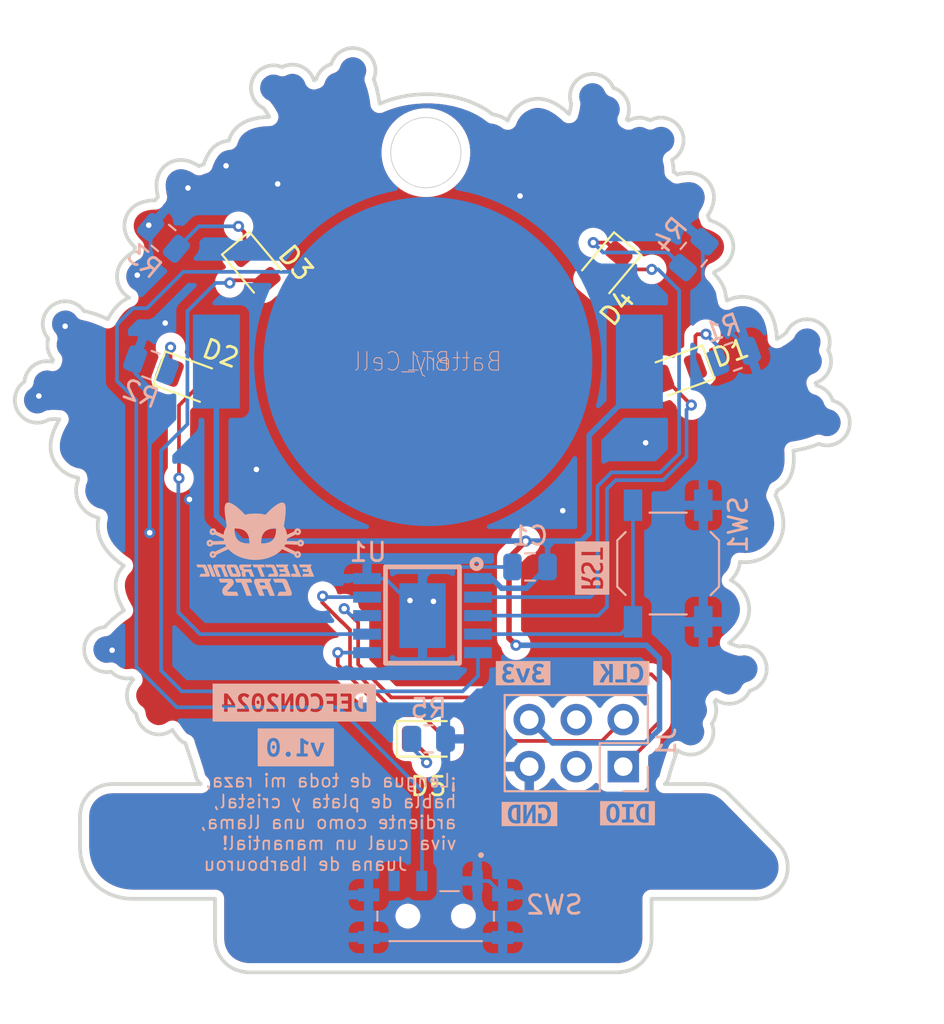
<source format=kicad_pcb>
(kicad_pcb (version 20241229) (generator "pcbnew") (generator_version "9.0")
  (layers (0 "F.Cu" signal) (2 "B.Cu" signal) (13 "F.Paste" user) (15 "B.Paste" user) (5 "F.SilkS" user "F.Silkscreen") (7 "B.SilkS" user "B.Silkscreen") (1 "F.Mask" user) (3 "B.Mask" user) (25 "Edge.Cuts" user))
  (net 0 "")
  (net 1 "GND")
  (net 2 "+3.3V")
  (net 3 "/PA5")
  (net 4 "Net-(D1-K)")
  (net 5 "Net-(D2-K)")
  (net 6 "/PA7")
  (net 7 "Net-(D3-K)")
  (net 8 "/PA1")
  (net 9 "Net-(D4-K)")
  (net 10 "/PF0")
  (net 11 "Net-(D5-K)")
  (net 12 "/PA6")
  (net 13 "/SWCLK")
  (net 15 "/SWDIO")
  (net 17 "/NRST")
  (net 19 "Net-(BT1--)")
  (footprint "LED_SMD:LED_0805_2012Metric" (layer "F.Cu") (at 69.64 44.89 -50)
    (property "Reference" "D3")
    (property "Value" "Blue")
  )
  (footprint "LED_SMD:LED_0805_2012Metric" (layer "F.Cu") (at 78.97 70.39)
    (property "Reference" "D5")
    (property "Value" "Yellow")
  )
  (footprint "LED_SMD:LED_0805_2012Metric" (layer "F.Cu") (at 66.010963 50.930643 -20)
    (property "Reference" "D2")
    (property "Value" "Red")
  )
  (footprint "LED_SMD:LED_0805_2012Metric" (layer "F.Cu") (at 88.662614 44.921834 -130)
    (property "Reference" "D4")
    (property "Value" "Orange")
  )
  (footprint "LED_SMD:LED_0805_2012Metric" (layer "F.Cu") (at 92.528441 50.603054 -160)
    (property "Reference" "D1")
    (property "Value" "Green")
  )
  (footprint "Resistor_SMD:R_0805_2012Metric" (layer "B.Cu") (at 78.9925 70.390001 180)
    (property "Reference" "R5")
    (property "Value" "330R")
  )
  (footprint "Villa:PY32F002AA15M" (layer "B.Cu") (at 78.660133 63.729996 180)
    (property "Reference" "U1")
    (property "Value" "PY32F002AA15M6TU")
  )
  (footprint "Resistor_SMD:R_0805_2012Metric" (layer "B.Cu") (at 64.66 43.32 -40)
    (property "Reference" "R3")
    (property "Value" "330R")
  )
  (footprint "kibuzzard-668588B5" (layer "B.Cu") (at 71.81 70.85 180)
    (property "Reference" "kibuzzard-668588B5" (hide yes))
    (property "Value" "G***" (hide yes))
  )
  (footprint "kibuzzard-6685D235" (layer "B.Cu") (at 71.73 68.43 180)
    (property "Reference" "kibuzzard-6685D235" (hide yes))
    (property "Value" "G***" (hide yes))
  )
  (footprint "Capacitor_SMD:C_0805_2012Metric" (layer "B.Cu") (at 84.47 61.1 180)
    (property "Reference" "C1")
    (property "Value" "0.1uF")
  )
  (footprint "Villa:MSK12C02" (layer "B.Cu") (at 79.37 79.97 180)
    (property "Reference" "SW2")
    (property "Value" "On" (hide yes))
  )
  (footprint "Connector_PinHeader_2.54mm:PinHeader_2x03_P2.54mm_Vertical" (layer "B.Cu") (at 89.51 71.89 90)
    (property "Reference" "J1")
    (property "Value" "Conn_02x03_Odd_Even")
  )
  (footprint "Resistor_SMD:R_0805_2012Metric" (layer "B.Cu") (at 63.98 50.19 -20)
    (property "Reference" "R2")
    (property "Value" "330R")
  )
  (footprint "Button_Switch_SMD:SW_SPST_TL3342" (layer "B.Cu") (at 91.936917 60.91522 90)
    (property "Reference" "SW1")
    (property "Value" "SW_RST")
  )
  (footprint "Resistor_SMD:R_0805_2012Metric" (layer "B.Cu") (at 93.32 44.22 -130)
    (property "Reference" "R4")
    (property "Value" "330R")
  )
  (footprint "kibuzzard-6685884A" (layer "B.Cu") (at 87.83 61.16 90)
    (property "Reference" "kibuzzard-6685884A" (hide yes))
    (property "Value" "G***" (hide yes))
  )
  (footprint "kibuzzard-66858661" (layer "B.Cu") (at 89.41 66.84 180)
    (property "Reference" "kibuzzard-66858661" (hide yes))
    (property "Value" "G***" (hide yes))
  )
  (footprint "kibuzzard-66857BF8" (layer "B.Cu") (at 84.44 74.45 180)
    (property "Reference" "kibuzzard-66857BF8" (hide yes))
    (property "Value" "G***" (hide yes))
  )
  (footprint "kibuzzard-66857C28" (layer "B.Cu") (at 84.1 66.84 180)
    (property "Reference" "kibuzzard-66857C28" (hide yes))
    (property "Value" "G***" (hide yes))
  )
  (footprint "Aesthetics:electronic_cats_logo_4x3" (layer "B.Cu") (at 69.62 60.14 180)
    (property "Reference" "G***" (hide yes))
    (property "Value" "LOGO" (hide yes))
  )
  (footprint "Villa:BAT-HLD-001" (layer "B.Cu") (at 78.95 50 180)
    (property "Reference" "BT1")
    (property "Value" "Battery_Cell")
  )
  (footprint "Resistor_SMD:R_0805_2012Metric" (layer "B.Cu") (at 95.45253 49.732093 -160)
    (property "Reference" "R1")
    (property "Value" "330R")
  )
  (footprint "kibuzzard-66858654" (layer "B.Cu") (at 89.74 74.41 180)
    (property "Reference" "kibuzzard-66858654" (hide yes))
    (property "Value" "G***" (hide yes))
  )
  (gr_curve (pts (xy 95.244549 73.393443) (xy 94.881617 73.030466) (xy 94.40187 72.830557) (xy 93.893666 72.830557)) (stroke (width 0.2)) (layer "Edge.Cuts"))
  (gr_curve (pts (xy 90.392297 36.820022) (xy 90.179453 36.820022) (xy 89.975295 36.875745) (xy 89.797174 36.975769)) (stroke (width 0.2)) (layer "Edge.Cuts"))
  (gr_curve (pts (xy 95.596755 61.984149) (xy 95.511346 61.92112) (xy 95.421366 61.865854) (xy 95.327282 61.818812)) (stroke (width 0.2)) (layer "Edge.Cuts"))
  (gr_curve (pts (xy 64.211957 41.285032) (xy 63.815511 41.289599) (xy 63.490324 41.365417) (xy 63.218108 41.515224)) (stroke (width 0.2)) (layer "Edge.Cuts"))
  (gr_curve (pts (xy 98.403493 77.323257) (xy 98.403493 76.865053) (xy 98.218526 76.414699) (xy 97.896271 76.087939)) (stroke (width 0.2)) (layer "Edge.Cuts"))
  (gr_curve (pts (xy 86.579951 36.622255) (xy 86.003555 36.073265) (xy 85.436754 35.795571) (xy 84.890042 35.795571)) (stroke (width 0.2)) (layer "Edge.Cuts"))
  (gr_curve (pts (xy 72.733662 34.657395) (xy 72.534075 34.229438) (xy 72.10018 33.952658) (xy 71.627458 33.952658)) (stroke (width 0.2)) (layer "Edge.Cuts"))
  (gr_curve (pts (xy 95.720985 61.233738) (xy 95.773053 61.101742) (xy 95.804571 60.964722) (xy 95.815989 60.826331)) (stroke (width 0.2)) (layer "Edge.Cuts"))
  (gr_curve (pts (xy 63.666618 69.899295) (xy 63.878091 70.060977) (xy 64.141169 70.15004) (xy 64.407441 70.15004)) (stroke (width 0.2)) (layer "Edge.Cuts"))
  (gr_curve (pts (xy 95.798627 65.402329) (xy 95.696319 65.381778) (xy 95.50358 65.330167) (xy 95.231827 65.201826)) (stroke (width 0.2)) (layer "Edge.Cuts"))
  (gr_curve (pts (xy 63.027193 67.186763) (xy 62.992938 67.221932) (xy 62.960512 67.259385) (xy 62.930372 67.29912)) (stroke (width 0.2)) (layer "Edge.Cuts"))
  (gr_curve (pts (xy 65.757994 39.115555) (xy 65.704103 39.10916) (xy 65.649298 39.105508) (xy 65.595401 39.105508)) (stroke (width 0.2)) (layer "Edge.Cuts"))
  (gr_curve (pts (xy 58.47129 53.126724) (xy 58.533411 53.117589) (xy 58.628866 53.107997) (xy 58.759491 53.107997)) (stroke (width 0.2)) (layer "Edge.Cuts"))
  (gr_curve (pts (xy 84.890042 35.795571) (xy 84.646606 35.795571) (xy 84.414126 35.850379) (xy 84.198549 35.95771)) (stroke (width 0.2)) (layer "Edge.Cuts"))
  (gr_curve (pts (xy 100.587924 49.390657) (xy 100.595685 49.370103) (xy 100.603457 49.349093) (xy 100.610304 49.328082)) (stroke (width 0.2)) (layer "Edge.Cuts"))
  (gr_curve (pts (xy 92.146601 39.100028) (xy 92.398261 38.959356) (xy 92.598767 38.73099) (xy 92.70016 38.448273)) (stroke (width 0.2)) (layer "Edge.Cuts"))
  (gr_curve (pts (xy 96.529856 46.598196) (xy 96.345791 46.533338) (xy 96.152595 46.500455) (xy 95.955289 46.500455)) (stroke (width 0.2)) (layer "Edge.Cuts"))
  (gr_curve (pts (xy 93.144107 39.810246) (xy 93.108938 39.808876) (xy 93.074226 39.807962) (xy 93.039514 39.807962)) (stroke (width 0.2)) (layer "Edge.Cuts"))
  (gr_curve (pts (xy 100.834557 52.110495) (xy 100.815374 52.051121) (xy 100.791168 51.993115) (xy 100.762846 51.93648)) (stroke (width 0.2)) (layer "Edge.Cuts"))
  (gr_curve (pts (xy 60.143179 76.185557) (xy 60.143179 76.993312) (xy 60.432428 77.722258) (xy 60.95767 78.238041)) (stroke (width 0.2)) (layer "Edge.Cuts"))
  (gr_curve (pts (xy 62.94407 67.101811) (xy 62.970101 67.131042) (xy 62.997967 67.15936) (xy 63.027193 67.186763)) (stroke (width 0.2)) (layer "Edge.Cuts"))
  (gr_curve (pts (xy 94.398747 69.411066) (xy 94.570479 69.081307) (xy 94.576868 68.708613) (xy 94.44853 68.387986)) (stroke (width 0.2)) (layer "Edge.Cuts"))
  (gr_curve (pts (xy 62.179958 62.743676) (xy 62.253492 62.964275) (xy 62.364932 63.198125) (xy 62.51657 63.447956)) (stroke (width 0.2)) (layer "Edge.Cuts"))
  (gr_curve (pts (xy 58.63709 49.836425) (xy 58.65444 49.859262) (xy 58.672716 49.881187) (xy 58.691896 49.902652)) (stroke (width 0.2)) (layer "Edge.Cuts"))
  (gr_curve (pts (xy 94.246195 70.579844) (xy 94.397376 70.289361) (xy 94.426608 69.957319) (xy 94.327952 69.644913)) (stroke (width 0.2)) (layer "Edge.Cuts"))
  (gr_curve (pts (xy 58.759491 53.107997) (xy 58.836219 53.107997) (xy 58.928022 53.111194) (xy 59.035359 53.120786)) (stroke (width 0.2)) (layer "Edge.Cuts"))
  (gr_curve (pts (xy 87.848296 34.454606) (xy 87.335387 34.454606) (xy 86.874089 34.778428) (xy 86.700529 35.261194)) (stroke (width 0.2)) (layer "Edge.Cuts"))
  (gr_curve (pts (xy 100.680186 50.373999) (xy 100.783408 50.06205) (xy 100.759201 49.728637) (xy 100.611675 49.435416)) (stroke (width 0.2)) (layer "Edge.Cuts"))
  (gr_curve (pts (xy 94.531196 68.271977) (xy 94.575497 68.303034) (xy 94.622085 68.331351) (xy 94.670958 68.356474)) (stroke (width 0.2)) (layer "Edge.Cuts"))
  (gr_curve (pts (xy 62.696977 67.126474) (xy 62.781019 67.126474) (xy 62.863691 67.117796) (xy 62.94407 67.101811)) (stroke (width 0.2)) (layer "Edge.Cuts"))
  (gr_curve (pts (xy 62.514739 61.032757) (xy 62.474095 61.072492) (xy 62.435725 61.114511) (xy 62.400098 61.158358)) (stroke (width 0.2)) (layer "Edge.Cuts"))
  (gr_line (start 93.893666 72.830557) (end 91.760161 72.830557) (stroke (width 0.2)) (layer "Edge.Cuts"))
  (gr_curve (pts (xy 96.04024 65.378124) (xy 95.959397 65.378124) (xy 95.878098 65.386344) (xy 95.798627 65.402329)) (stroke (width 0.2)) (layer "Edge.Cuts"))
  (gr_curve (pts (xy 94.44853 68.387986) (xy 94.478218 68.35099) (xy 94.505621 68.312627) (xy 94.531196 68.271977)) (stroke (width 0.2)) (layer "Edge.Cuts"))
  (gr_line (start 91.042124 81.164757) (end 91.042124 79.035915) (stroke (width 0.2)) (layer "Edge.Cuts"))
  (gr_curve (pts (xy 101.626992 52.74992) (xy 101.464391 52.425639) (xy 101.17437 52.196815) (xy 100.834557 52.110495)) (stroke (width 0.2)) (layer "Edge.Cuts"))
  (gr_curve (pts (xy 89.690752 36.919132) (xy 89.712674 36.875287) (xy 89.732316 36.829614) (xy 89.749672 36.782569)) (stroke (width 0.2)) (layer "Edge.Cuts"))
  (gr_curve (pts (xy 91.760161 72.830557) (xy 91.883533 72.706754) (xy 91.967508 72.544645) (xy 91.992681 72.364296)) (stroke (width 0.2)) (layer "Edge.Cuts"))
  (gr_curve (pts (xy 61.137696 58.502006) (xy 61.01118 59.152849) (xy 61.150486 60.110158) (xy 62.499211 61.022253)) (stroke (width 0.2)) (layer "Edge.Cuts"))
  (gr_curve (pts (xy 58.659469 50.017749) (xy 58.611967 50.005874) (xy 58.563094 49.996282) (xy 58.513317 49.989889)) (stroke (width 0.2)) (layer "Edge.Cuts"))
  (gr_curve (pts (xy 66.827663 39.348487) (xy 66.742254 39.369955) (xy 66.660497 39.400098) (xy 66.581941 39.438008)) (stroke (width 0.2)) (layer "Edge.Cuts"))
  (gr_curve (pts (xy 97.816929 48.782289) (xy 97.744767 47.225745) (xy 97.01171 46.744805) (xy 96.529856 46.598196)) (stroke (width 0.2)) (layer "Edge.Cuts"))
  (gr_curve (pts (xy 96.605217 65.516512) (xy 96.431205 65.42608) (xy 96.235723 65.378124) (xy 96.04024 65.378124)) (stroke (width 0.2)) (layer "Edge.Cuts"))
  (gr_curve (pts (xy 62.583707 42.347391) (xy 62.495103 42.708208) (xy 62.561784 43.092778) (xy 62.767314 43.401984)) (stroke (width 0.2)) (layer "Edge.Cuts"))
  (gr_curve (pts (xy 90.094584 82.780405) (xy 90.687889 82.466311) (xy 91.042124 81.862347) (xy 91.042124 81.164757)) (stroke (width 0.2)) (layer "Edge.Cuts"))
  (gr_curve (pts (xy 97.126807 67.171254) (xy 97.277988 66.88077) (xy 97.307214 66.548271) (xy 97.208564 66.235865)) (stroke (width 0.2)) (layer "Edge.Cuts"))
  (gr_curve (pts (xy 65.839295 70.623671) (xy 65.844319 70.626412) (xy 65.848885 70.628697) (xy 65.853914 70.63098)) (stroke (width 0.2)) (layer "Edge.Cuts"))
  (gr_curve (pts (xy 58.513317 49.989889) (xy 58.460786 49.983037) (xy 58.407352 49.979382) (xy 58.35437 49.979382)) (stroke (width 0.2)) (layer "Edge.Cuts"))
  (gr_curve (pts (xy 58.35437 49.979382) (xy 57.744177 49.979382) (xy 57.224416 50.435657) (xy 57.144945 51.040827)) (stroke (width 0.2)) (layer "Edge.Cuts"))
  (gr_curve (pts (xy 58.691896 49.902652) (xy 58.679106 49.940104) (xy 58.668602 49.978925) (xy 58.659469 50.017749)) (stroke (width 0.2)) (layer "Edge.Cuts"))
  (gr_curve (pts (xy 65.595401 39.105508) (xy 64.890204 39.105508) (xy 64.313356 39.662719) (xy 64.282296 40.374766)) (stroke (width 0.2)) (layer "Edge.Cuts"))
  (gr_curve (pts (xy 91.966194 36.887163) (xy 91.832827 36.839204) (xy 91.693527 36.814999) (xy 91.552392 36.814999)) (stroke (width 0.2)) (layer "Edge.Cuts"))
  (gr_curve (pts (xy 94.42706 45.158119) (xy 94.733074 45.023383) (xy 94.971035 44.854849) (xy 95.14687 44.650233)) (stroke (width 0.2)) (layer "Edge.Cuts"))
  (gr_curve (pts (xy 58.141531 47.802142) (xy 58.099515 48.125509) (xy 58.185376 48.445679) (xy 58.384059 48.704188)) (stroke (width 0.2)) (layer "Edge.Cuts"))
  (gr_curve (pts (xy 76.001582 33.759916) (xy 75.80199 33.331958) (xy 75.367638 33.055636) (xy 74.895378 33.055636)) (stroke (width 0.2)) (layer "Edge.Cuts"))
  (gr_curve (pts (xy 68.213843 37.983318) (xy 68.203797 38.010264) (xy 68.194207 38.037669) (xy 68.185069 38.065072)) (stroke (width 0.2)) (layer "Edge.Cuts"))
  (gr_curve (pts (xy 95.327282 61.818812) (xy 95.50678 61.639316) (xy 95.637857 61.444291) (xy 95.720985 61.233738)) (stroke (width 0.2)) (layer "Edge.Cuts"))
  (gr_curve (pts (xy 92.233381 39.741281) (xy 92.230188 39.50378) (xy 92.201407 39.290487) (xy 92.146601 39.100028)) (stroke (width 0.2)) (layer "Edge.Cuts"))
  (gr_curve (pts (xy 64.238446 41.245754) (xy 64.229313 41.258541) (xy 64.220638 41.271788) (xy 64.211957 41.285032)) (stroke (width 0.2)) (layer "Edge.Cuts"))
  (gr_curve (pts (xy 59.725937 56.19505) (xy 59.750597 56.204185) (xy 59.776177 56.212405) (xy 59.801756 56.219255)) (stroke (width 0.2)) (layer "Edge.Cuts"))
  (gr_curve (pts (xy 60.433871 58.076328) (xy 60.435694 58.077698) (xy 60.437525 58.079525) (xy 60.438895 58.080896)) (stroke (width 0.2)) (layer "Edge.Cuts"))
  (gr_curve (pts (xy 74.895378 33.055636) (xy 74.716337 33.055636) (xy 74.542782 33.094003) (xy 74.380183 33.169819)) (stroke (width 0.2)) (layer "Edge.Cuts"))
  (gr_circle (center 78.84 38.71) (end 80.74 38.71) (stroke (width 0.05)) (fill no) (layer "Edge.Cuts"))
  (gr_line (start 66.675345 72.830539) (end 61.898609 72.830539) (stroke (width 0.2)) (layer "Edge.Cuts"))
  (gr_curve (pts (xy 96.346248 67.792409) (xy 96.67875 67.707) (xy 96.963751 67.484572) (xy 97.126807 67.171254)) (stroke (width 0.2)) (layer "Edge.Cuts"))
  (gr_curve (pts (xy 76.337735 36.071435) (xy 76.279735 35.585018) (xy 76.174227 35.142444) (xy 76.020761 34.74737)) (stroke (width 0.2)) (layer "Edge.Cuts"))
  (gr_curve (pts (xy 94.172669 42.354698) (xy 94.151655 42.270661) (xy 94.121966 42.187993) (xy 94.083146 42.108976)) (stroke (width 0.2)) (layer "Edge.Cuts"))
  (gr_curve (pts (xy 86.700529 35.261194) (xy 86.604615 35.527012) (xy 86.604158 35.810644) (xy 86.694134 36.070524)) (stroke (width 0.2)) (layer "Edge.Cuts"))
  (gr_curve (pts (xy 61.956159 66.875728) (xy 62.168083 67.037413) (xy 62.431161 67.126474) (xy 62.696977 67.126474)) (stroke (width 0.2)) (layer "Edge.Cuts"))
  (gr_curve (pts (xy 100.07866 54.4467) (xy 100.219337 54.501508) (xy 100.371432 54.531197) (xy 100.529003 54.531197)) (stroke (width 0.2)) (layer "Edge.Cuts"))
  (gr_curve (pts (xy 60.620675 64.819523) (xy 60.422912 65.078489) (xy 60.337503 65.398658) (xy 60.380433 65.722023)) (stroke (width 0.2)) (layer "Edge.Cuts"))
  (gr_curve (pts (xy 100.529003 54.531197) (xy 100.624006 54.531197) (xy 100.719456 54.519779) (xy 100.812177 54.497854)) (stroke (width 0.2)) (layer "Edge.Cuts"))
  (gr_curve (pts (xy 63.218108 41.515224) (xy 62.90159 41.689696) (xy 62.670487 41.993424) (xy 62.583707 42.347391)) (stroke (width 0.2)) (layer "Edge.Cuts"))
  (gr_curve (pts (xy 60.95767 78.238041) (xy 61.481529 78.752536) (xy 62.221266 79.035897) (xy 63.040573 79.035897)) (stroke (width 0.2)) (layer "Edge.Cuts"))
  (gr_curve (pts (xy 95.955289 46.500455) (xy 95.809588 46.500455) (xy 95.663894 46.518725) (xy 95.521393 46.554349)) (stroke (width 0.2)) (layer "Edge.Cuts"))
  (gr_curve (pts (xy 93.157805 71.240277) (xy 93.616817 71.240277) (xy 94.033819 70.987249) (xy 94.246195 70.579844)) (stroke (width 0.2)) (layer "Edge.Cuts"))
  (gr_curve (pts (xy 99.957632 51.293858) (xy 99.944385 51.245444) (xy 99.927949 51.197942) (xy 99.908758 51.150901)) (stroke (width 0.2)) (layer "Edge.Cuts"))
  (gr_curve (pts (xy 95.050963 46.441538) (xy 95.040911 46.284879) (xy 95.003004 46.130958) (xy 94.938146 45.987089)) (stroke (width 0.2)) (layer "Edge.Cuts"))
  (gr_curve (pts (xy 100.541794 48.389955) (xy 100.33215 47.972044) (xy 99.911044 47.712166) (xy 99.443351 47.712166)) (stroke (width 0.2)) (layer "Edge.Cuts"))
  (gr_curve (pts (xy 89.797174 36.975769) (xy 89.762919 36.955215) (xy 89.727293 36.936488) (xy 89.690752 36.919132)) (stroke (width 0.2)) (layer "Edge.Cuts"))
  (gr_curve (pts (xy 88.261635 34.52677) (xy 88.12873 34.478811) (xy 87.989425 34.454606) (xy 87.848296 34.454606)) (stroke (width 0.2)) (layer "Edge.Cuts"))
  (gr_curve (pts (xy 100.610304 49.328082) (xy 100.713528 49.016136) (xy 100.689316 48.683176) (xy 100.541794 48.389955)) (stroke (width 0.2)) (layer "Edge.Cuts"))
  (gr_curve (pts (xy 62.499211 61.022253) (xy 62.504692 61.025907) (xy 62.509721 61.029102) (xy 62.514739 61.032757)) (stroke (width 0.2)) (layer "Edge.Cuts"))
  (gr_curve (pts (xy 83.428048 36.640982) (xy 83.413887 36.662447) (xy 83.401097 36.684829) (xy 83.389222 36.70812)) (stroke (width 0.2)) (layer "Edge.Cuts"))
  (gr_curve (pts (xy 97.172024 60.552749) (xy 97.410894 60.409338) (xy 97.613223 60.218878) (xy 97.773079 59.986403)) (stroke (width 0.2)) (layer "Edge.Cuts"))
  (gr_curve (pts (xy 82.455207 36.645548) (xy 81.597006 35.954058) (xy 80.308567 35.549848) (xy 78.921923 35.549848)) (stroke (width 0.2)) (layer "Edge.Cuts"))
  (gr_curve (pts (xy 67.198529 38.609496) (xy 67.038216 38.829641) (xy 66.914443 39.076734) (xy 66.827663 39.348487)) (stroke (width 0.2)) (layer "Edge.Cuts"))
  (gr_curve (pts (xy 71.627458 33.952658) (xy 71.448423 33.952658) (xy 71.275319 33.991022) (xy 71.112263 34.066841)) (stroke (width 0.2)) (layer "Edge.Cuts"))
  (gr_curve (pts (xy 67.441747 81.164739) (xy 67.441747 81.862328) (xy 67.795982 82.466292) (xy 68.389288 82.780387)) (stroke (width 0.2)) (layer "Edge.Cuts"))
  (gr_curve (pts (xy 58.394563 48.93438) (xy 58.352547 49.25729) (xy 58.438407 49.577916) (xy 58.63709 49.836425)) (stroke (width 0.2)) (layer "Edge.Cuts"))
  (gr_curve (pts (xy 84.198549 35.95771) (xy 83.882952 36.098842) (xy 83.61165 36.33954) (xy 83.428048 36.640982)) (stroke (width 0.2)) (layer "Edge.Cuts"))
  (gr_curve (pts (xy 76.020761 34.74737) (xy 76.028533 34.72956) (xy 76.035379 34.711289) (xy 76.042231 34.693019)) (stroke (width 0.2)) (layer "Edge.Cuts"))
  (gr_curve (pts (xy 62.51657 63.447956) (xy 62.110535 63.72565) (xy 61.766619 64.024808) (xy 61.486637 64.34452)) (stroke (width 0.2)) (layer "Edge.Cuts"))
  (gr_curve (pts (xy 56.627926 51.925519) (xy 56.540689 52.592347) (xy 57.012034 53.206195) (xy 57.679324 53.293887)) (stroke (width 0.2)) (layer "Edge.Cuts"))
  (gr_curve (pts (xy 95.521393 46.554349) (xy 95.476635 46.563484) (xy 95.432327 46.576271) (xy 95.38894 46.593173)) (stroke (width 0.2)) (layer "Edge.Cuts"))
  (gr_curve (pts (xy 65.888169 70.766171) (xy 65.889539 70.77074) (xy 66.032949 71.189105) (xy 66.16814 71.603819)) (stroke (width 0.2)) (layer "Edge.Cuts"))
  (gr_curve (pts (xy 63.121281 43.824918) (xy 63.112606 43.860088) (xy 63.105296 43.896168) (xy 63.099359 43.932252)) (stroke (width 0.2)) (layer "Edge.Cuts"))
  (gr_curve (pts (xy 62.930372 67.29912) (xy 62.732146 67.558086) (xy 62.646743 67.878713) (xy 62.69013 68.201623)) (stroke (width 0.2)) (layer "Edge.Cuts"))
  (gr_curve (pts (xy 72.903565 34.760617) (xy 72.864749 34.770664) (xy 72.82638 34.782082) (xy 72.788473 34.795784)) (stroke (width 0.2)) (layer "Edge.Cuts"))
  (gr_curve (pts (xy 63.099359 43.932252) (xy 63.093878 43.968333) (xy 63.089769 44.004871) (xy 63.087483 44.040954)) (stroke (width 0.2)) (layer "Edge.Cuts"))
  (gr_curve (pts (xy 71.112263 34.066841) (xy 71.099473 34.073233) (xy 71.086689 34.079171) (xy 71.073899 34.085566)) (stroke (width 0.2)) (layer "Edge.Cuts"))
  (gr_line (start 69.368228 83.01) (end 89.151771 83.01) (stroke (width 0.2)) (layer "Edge.Cuts"))
  (gr_curve (pts (xy 60.035597 56.27178) (xy 60.042912 56.300554) (xy 60.049758 56.329329) (xy 60.057067 56.357646)) (stroke (width 0.2)) (layer "Edge.Cuts"))
  (gr_curve (pts (xy 88.95222 35.155231) (xy 88.813828 34.860184) (xy 88.568563 34.637299) (xy 88.261635 34.52677)) (stroke (width 0.2)) (layer "Edge.Cuts"))
  (gr_curve (pts (xy 100.812177 54.497854) (xy 100.904894 54.475931) (xy 100.99487 54.443048) (xy 101.080284 54.400115)) (stroke (width 0.2)) (layer "Edge.Cuts"))
  (gr_curve (pts (xy 83.267735 36.978965) (xy 83.030688 36.801295) (xy 82.759844 36.675694) (xy 82.455207 36.645548)) (stroke (width 0.2)) (layer "Edge.Cuts"))
  (gr_curve (pts (xy 95.14687 44.650233) (xy 95.383009 44.376194) (xy 95.493991 44.011266) (xy 95.451518 43.649078)) (stroke (width 0.2)) (layer "Edge.Cuts"))
  (gr_curve (pts (xy 97.773079 59.986403) (xy 98.101021 59.548396) (xy 98.481471 58.647722) (xy 97.734721 57.240074)) (stroke (width 0.2)) (layer "Edge.Cuts"))
  (gr_curve (pts (xy 61.14683 58.438975) (xy 61.147286 58.438975) (xy 61.147743 58.439432) (xy 61.1482 58.439888)) (stroke (width 0.2)) (layer "Edge.Cuts"))
  (gr_curve (pts (xy 94.912115 42.72511) (xy 94.69151 42.564797) (xy 94.444422 42.441478) (xy 94.172669 42.354698)) (stroke (width 0.2)) (layer "Edge.Cuts"))
  (gr_curve (pts (xy 59.801756 56.219255) (xy 59.878941 56.242092) (xy 59.95704 56.259447) (xy 60.035597 56.27178)) (stroke (width 0.2)) (layer "Edge.Cuts"))
  (gr_curve (pts (xy 97.878587 56.936346) (xy 98.20606 56.763246) (xy 98.600226 56.400143) (xy 98.704819 55.645621)) (stroke (width 0.2)) (layer "Edge.Cuts"))
  (gr_curve (pts (xy 60.057067 56.357646) (xy 59.760649 57.095723) (xy 60.034231 57.715509) (xy 60.433871 58.076328)) (stroke (width 0.2)) (layer "Edge.Cuts"))
  (gr_curve (pts (xy 89.151771 83.009041) (xy 89.499249 83.004017) (xy 89.816453 82.927637) (xy 90.094584 82.780405)) (stroke (width 0.2)) (layer "Edge.Cuts"))
  (gr_curve (pts (xy 98.706189 55.636943) (xy 98.739073 55.394876) (xy 98.740444 55.122665) (xy 98.711207 54.814826)) (stroke (width 0.2)) (layer "Edge.Cuts"))
  (gr_curve (pts (xy 58.384059 48.704188) (xy 58.399134 48.723369) (xy 58.414199 48.742554) (xy 58.430189 48.760822)) (stroke (width 0.2)) (layer "Edge.Cuts"))
  (gr_curve (pts (xy 64.407441 70.15004) (xy 64.678285 70.15004) (xy 64.934506 70.062806) (xy 65.143693 69.904318)) (stroke (width 0.2)) (layer "Edge.Cuts"))
  (gr_curve (pts (xy 63.15828 69.009582) (xy 63.169699 69.018259) (xy 63.181117 69.026937) (xy 63.192535 69.035159)) (stroke (width 0.2)) (layer "Edge.Cuts"))
  (gr_curve (pts (xy 78.921923 35.549848) (xy 77.985165 35.549848) (xy 77.09591 35.729801) (xy 76.337735 36.071435)) (stroke (width 0.2)) (layer "Edge.Cuts"))
  (gr_line (start 91.042124 79.035915) (end 96.660909 79.035915) (stroke (width 0.2)) (layer "Edge.Cuts"))
  (gr_curve (pts (xy 94.327952 69.644913) (xy 94.319734 69.618879) (xy 94.311053 69.593759) (xy 94.301006 69.568639)) (stroke (width 0.2)) (layer "Edge.Cuts"))
  (gr_curve (pts (xy 94.670958 68.356474) (xy 94.844976 68.447363) (xy 95.04091 68.49532) (xy 95.23685 68.49532)) (stroke (width 0.2)) (layer "Edge.Cuts"))
  (gr_curve (pts (xy 94.301006 69.568639) (xy 94.337085 69.518854) (xy 94.369968 69.466332) (xy 94.398747 69.411066)) (stroke (width 0.2)) (layer "Edge.Cuts"))
  (gr_curve (pts (xy 96.32524 67.835341) (xy 96.332549 67.821183) (xy 96.339402 67.807024) (xy 96.346248 67.792409)) (stroke (width 0.2)) (layer "Edge.Cuts"))
  (gr_curve (pts (xy 94.104611 40.282048) (xy 93.864826 39.998419) (xy 93.514968 39.826231) (xy 93.144107 39.810246)) (stroke (width 0.2)) (layer "Edge.Cuts"))
  (gr_curve (pts (xy 91.992681 72.364296) (xy 92.001362 72.326387) (xy 92.042006 72.166531) (xy 92.207348 71.658645)) (stroke (width 0.2)) (layer "Edge.Cuts"))
  (gr_curve (pts (xy 98.704819 55.645621) (xy 98.705276 55.642424) (xy 98.705732 55.639684) (xy 98.706189 55.636943)) (stroke (width 0.2)) (layer "Edge.Cuts"))
  (gr_curve (pts (xy 100.762846 51.93648) (xy 100.597971 51.608547) (xy 100.302924 51.377895) (xy 99.957632 51.293858)) (stroke (width 0.2)) (layer "Edge.Cuts"))
  (gr_curve (pts (xy 73.560351 33.991022) (xy 73.227849 34.145855) (xy 72.998111 34.433138) (xy 72.903565 34.760617)) (stroke (width 0.2)) (layer "Edge.Cuts"))
  (gr_curve (pts (xy 62.356255 44.686317) (xy 62.157577 44.988673) (xy 62.095006 45.36502) (xy 62.183609 45.71853)) (stroke (width 0.2)) (layer "Edge.Cuts"))
  (gr_curve (pts (xy 60.849041 66.529527) (xy 61.060508 66.691667) (xy 61.323586 66.78073) (xy 61.589859 66.78073)) (stroke (width 0.2)) (layer "Edge.Cuts"))
  (gr_curve (pts (xy 69.457523 34.7935) (xy 69.346084 35.099969) (xy 69.360702 35.431099) (xy 69.498174 35.726604)) (stroke (width 0.2)) (layer "Edge.Cuts"))
  (gr_curve (pts (xy 65.853914 70.63098) (xy 65.861217 70.676653) (xy 65.872636 70.721869) (xy 65.888169 70.766171)) (stroke (width 0.2)) (layer "Edge.Cuts"))
  (gr_curve (pts (xy 94.083146 42.108976) (xy 94.264467 41.826259) (xy 94.370884 41.553591) (xy 94.404224 41.285033)) (stroke (width 0.2)) (layer "Edge.Cuts"))
  (gr_curve (pts (xy 95.231827 65.201826) (xy 95.465216 65.015936) (xy 95.662522 64.826848) (xy 95.820549 64.635935)) (stroke (width 0.2)) (layer "Edge.Cuts"))
  (gr_curve (pts (xy 70.603925 33.991022) (xy 70.424884 33.991022) (xy 70.251329 34.029388) (xy 70.08873 34.105205)) (stroke (width 0.2)) (layer "Edge.Cuts"))
  (gr_curve (pts (xy 57.140378 51.08376) (xy 56.867253 51.274676) (xy 56.6736 51.575204) (xy 56.627926 51.925519)) (stroke (width 0.2)) (layer "Edge.Cuts"))
  (gr_curve (pts (xy 95.38894 46.593173) (xy 95.293027 46.625142) (xy 95.200767 46.664877) (xy 95.112158 46.711465)) (stroke (width 0.2)) (layer "Edge.Cuts"))
  (gr_curve (pts (xy 61.486637 64.34452) (xy 61.143631 64.373295) (xy 60.832142 64.542744) (xy 60.620675 64.819523)) (stroke (width 0.2)) (layer "Edge.Cuts"))
  (gr_curve (pts (xy 57.679324 53.293887) (xy 57.731844 53.300738) (xy 57.785284 53.303936) (xy 57.837809 53.303936)) (stroke (width 0.2)) (layer "Edge.Cuts"))
  (gr_curve (pts (xy 61.1482 58.439888) (xy 61.144085 58.460442) (xy 61.140891 58.481452) (xy 61.137696 58.502006)) (stroke (width 0.2)) (layer "Edge.Cuts"))
  (gr_curve (pts (xy 59.035359 53.120786) (xy 58.2548 54.411966) (xy 58.583193 55.202114) (xy 58.894682 55.588965)) (stroke (width 0.2)) (layer "Edge.Cuts"))
  (gr_curve (pts (xy 86.694134 36.070524) (xy 86.687282 36.170549) (xy 86.662616 36.355525) (xy 86.579951 36.622255)) (stroke (width 0.2)) (layer "Edge.Cuts"))
  (gr_curve (pts (xy 96.096418 60.842776) (xy 96.490126 60.842776) (xy 96.851854 60.745035) (xy 97.172024 60.552749)) (stroke (width 0.2)) (layer "Edge.Cuts"))
  (gr_curve (pts (xy 99.443351 47.712166) (xy 99.252897 47.712166) (xy 99.061987 47.757382) (xy 98.891615 47.843248)) (stroke (width 0.2)) (layer "Edge.Cuts"))
  (gr_curve (pts (xy 57.837809 53.303936) (xy 58.064346 53.303936) (xy 58.281751 53.242275) (xy 58.47129 53.126724)) (stroke (width 0.2)) (layer "Edge.Cuts"))
  (gr_curve (pts (xy 64.282296 40.374766) (xy 64.271787 40.615464) (xy 64.296452 40.858443) (xy 64.356743 41.101882)) (stroke (width 0.2)) (layer "Edge.Cuts"))
  (gr_curve (pts (xy 62.806141 46.546128) (xy 62.580969 46.633363) (xy 62.334333 46.789568) (xy 62.093177 47.059038)) (stroke (width 0.2)) (layer "Edge.Cuts"))
  (gr_curve (pts (xy 70.371902 36.777544) (xy 68.923149 36.80769) (xy 68.397451 37.439806) (xy 68.213843 37.983318)) (stroke (width 0.2)) (layer "Edge.Cuts"))
  (gr_curve (pts (xy 72.788473 34.795784) (xy 72.772945 34.749199) (xy 72.755127 34.702611) (xy 72.733662 34.657395)) (stroke (width 0.2)) (layer "Edge.Cuts"))
  (gr_curve (pts (xy 94.41519 45.235307) (xy 94.419758 45.20973) (xy 94.423871 45.184153) (xy 94.42706 45.158119)) (stroke (width 0.2)) (layer "Edge.Cuts"))
  (gr_curve (pts (xy 73.727054 33.927536) (xy 73.67042 33.944438) (xy 73.6147 33.965445) (xy 73.560351 33.991022)) (stroke (width 0.2)) (layer "Edge.Cuts"))
  (gr_line (start 63.040573 79.035897) (end 67.441747 79.035897) (stroke (width 0.2)) (layer "Edge.Cuts"))
  (gr_curve (pts (xy 97.734721 57.240074) (xy 97.773536 57.146899) (xy 97.810534 57.051444) (xy 97.844789 56.954159)) (stroke (width 0.2)) (layer "Edge.Cuts"))
  (gr_curve (pts (xy 70.064065 36.305285) (xy 70.129375 36.381101) (xy 70.242649 36.529996) (xy 70.371902 36.777544)) (stroke (width 0.2)) (layer "Edge.Cuts"))
  (gr_curve (pts (xy 98.3239 48.433345) (xy 98.245801 48.505964) (xy 98.087316 48.634305) (xy 97.816929 48.782289)) (stroke (width 0.2)) (layer "Edge.Cuts"))
  (gr_curve (pts (xy 59.350957 46.740697) (xy 58.740769 46.740697) (xy 58.221002 47.196972) (xy 58.141531 47.802142)) (stroke (width 0.2)) (layer "Edge.Cuts"))
  (gr_curve (pts (xy 62.767314 43.401984) (xy 62.86825 43.554077) (xy 62.986547 43.695208) (xy 63.121281 43.824918)) (stroke (width 0.2)) (layer "Edge.Cuts"))
  (gr_curve (pts (xy 64.356743 41.101882) (xy 64.314265 41.146644) (xy 64.274529 41.1946) (xy 64.238446 41.245754)) (stroke (width 0.2)) (layer "Edge.Cuts"))
  (gr_curve (pts (xy 97.844789 56.954159) (xy 97.856207 56.948678) (xy 97.867626 56.942741) (xy 97.878587 56.936346)) (stroke (width 0.2)) (layer "Edge.Cuts"))
  (gr_curve (pts (xy 60.438895 58.080896) (xy 60.637121 58.256739) (xy 60.877357 58.377771) (xy 61.14683 58.438975)) (stroke (width 0.2)) (layer "Edge.Cuts"))
  (gr_curve (pts (xy 89.749672 36.782569) (xy 89.977581 36.149537) (xy 89.647822 35.448912) (xy 89.015243 35.221)) (stroke (width 0.2)) (layer "Edge.Cuts"))
  (gr_curve (pts (xy 93.039514 39.807962) (xy 92.832613 39.807962) (xy 92.624798 39.833996) (xy 92.416531 39.886064)) (stroke (width 0.2)) (layer "Edge.Cuts"))
  (gr_curve (pts (xy 60.352572 47.26411) (xy 60.163027 46.9919) (xy 59.863866 46.797331) (xy 59.509898 46.750744)) (stroke (width 0.2)) (layer "Edge.Cuts"))
  (gr_curve (pts (xy 70.08873 34.105205) (xy 69.793226 34.242681) (xy 69.568969 34.487489) (xy 69.457523 34.7935)) (stroke (width 0.2)) (layer "Edge.Cuts"))
  (gr_curve (pts (xy 61.823711 66.758348) (xy 61.864812 66.800369) (xy 61.909114 66.83919) (xy 61.956159 66.875728)) (stroke (width 0.2)) (layer "Edge.Cuts"))
  (gr_curve (pts (xy 98.711207 54.814826) (xy 99.216355 54.741292) (xy 99.673544 54.618431) (xy 100.07866 54.4467)) (stroke (width 0.2)) (layer "Edge.Cuts"))
  (gr_curve (pts (xy 76.042231 34.693019) (xy 76.153677 34.387011) (xy 76.139058 34.055423) (xy 76.001582 33.759916)) (stroke (width 0.2)) (layer "Edge.Cuts"))
  (gr_curve (pts (xy 92.416531 39.886064) (xy 92.359897 39.83217) (xy 92.298696 39.783757) (xy 92.233381 39.741281)) (stroke (width 0.2)) (layer "Edge.Cuts"))
  (gr_curve (pts (xy 92.591913 71.101432) (xy 92.765931 71.192321) (xy 92.961871 71.240277) (xy 93.157805 71.240277)) (stroke (width 0.2)) (layer "Edge.Cuts"))
  (gr_curve (pts (xy 88.975514 35.207756) (xy 88.968204 35.189943) (xy 88.960438 35.172587) (xy 88.95222 35.155231)) (stroke (width 0.2)) (layer "Edge.Cuts"))
  (gr_curve (pts (xy 62.351688 61.22093) (xy 62.134283 61.517806) (xy 61.939714 62.013362) (xy 62.176761 62.734083)) (stroke (width 0.2)) (layer "Edge.Cuts"))
  (gr_curve (pts (xy 95.23685 68.49532) (xy 95.696319 68.49532) (xy 96.113321 68.242291) (xy 96.32524 67.835341)) (stroke (width 0.2)) (layer "Edge.Cuts"))
  (gr_curve (pts (xy 100.064968 51.085589) (xy 100.358187 50.93852) (xy 100.576963 50.685491) (xy 100.680186 50.373999)) (stroke (width 0.2)) (layer "Edge.Cuts"))
  (gr_curve (pts (xy 61.589859 66.78073) (xy 61.66933 66.78073) (xy 61.747434 66.772964) (xy 61.823711 66.758348)) (stroke (width 0.2)) (layer "Edge.Cuts"))
  (gr_curve (pts (xy 95.820549 64.635935) (xy 96.437595 63.890548) (xy 96.353106 63.235139) (xy 96.238009 62.895329)) (stroke (width 0.2)) (layer "Edge.Cuts"))
  (gr_curve (pts (xy 65.26838 70.094777) (xy 65.30675 70.16283) (xy 65.354246 70.225402) (xy 65.408143 70.280665)) (stroke (width 0.2)) (layer "Edge.Cuts"))
  (gr_curve (pts (xy 63.087483 44.040954) (xy 62.759553 44.225473) (xy 62.51794 44.439223) (xy 62.356255 44.686317)) (stroke (width 0.2)) (layer "Edge.Cuts"))
  (gr_curve (pts (xy 68.389288 82.780387) (xy 68.677109 82.932748) (xy 69.006456 83.01) (xy 69.368228 83.01)) (stroke (width 0.2)) (layer "Edge.Cuts"))
  (gr_curve (pts (xy 92.70016 38.448273) (xy 92.810691 38.141805) (xy 92.795159 37.810674) (xy 92.656773 37.515627)) (stroke (width 0.2)) (layer "Edge.Cuts"))
  (gr_curve (pts (xy 92.427034 70.998667) (xy 92.478644 71.037031) (xy 92.533907 71.071286) (xy 92.591913 71.101432)) (stroke (width 0.2)) (layer "Edge.Cuts"))
  (gr_curve (pts (xy 62.400098 61.158358) (xy 62.382748 61.178454) (xy 62.366758 61.199465) (xy 62.351688 61.22093)) (stroke (width 0.2)) (layer "Edge.Cuts"))
  (gr_line (start 89.151771 83.01) (end 89.151771 83.009041) (stroke (width 0.2)) (layer "Edge.Cuts"))
  (gr_curve (pts (xy 66.16814 71.603819) (xy 66.333482 72.111705) (xy 66.374126 72.271561) (xy 66.382807 72.309013)) (stroke (width 0.2)) (layer "Edge.Cuts"))
  (gr_curve (pts (xy 59.509898 46.750744) (xy 59.457379 46.743895) (xy 59.403945 46.740697) (xy 59.350957 46.740697)) (stroke (width 0.2)) (layer "Edge.Cuts"))
  (gr_curve (pts (xy 101.080284 54.400115) (xy 101.68591 54.095929) (xy 101.931171 53.355568) (xy 101.626992 52.749941)) (stroke (width 0.2)) (layer "Edge.Cuts"))
  (gr_curve (pts (xy 66.581941 39.438008) (xy 66.299684 39.256229) (xy 66.026559 39.14981) (xy 65.757994 39.115555)) (stroke (width 0.2)) (layer "Edge.Cuts"))
  (gr_curve (pts (xy 58.430189 48.760822) (xy 58.414656 48.816999) (xy 58.402323 48.875005) (xy 58.394563 48.93438)) (stroke (width 0.2)) (layer "Edge.Cuts"))
  (gr_curve (pts (xy 65.408143 70.280665) (xy 65.511365 70.436412) (xy 65.662083 70.557445) (xy 65.839295 70.623671)) (stroke (width 0.2)) (layer "Edge.Cuts"))
  (gr_curve (pts (xy 95.815989 60.826331) (xy 95.90825 60.836838) (xy 96.001877 60.842776) (xy 96.096418 60.842776)) (stroke (width 0.2)) (layer "Edge.Cuts"))
  (gr_curve (pts (xy 62.176761 62.734083) (xy 62.177675 62.737281) (xy 62.178588 62.740478) (xy 62.179958 62.743676)) (stroke (width 0.2)) (layer "Edge.Cuts"))
  (gr_curve (pts (xy 96.238009 62.895329) (xy 96.139353 62.560544) (xy 95.935189 62.256359) (xy 95.658413 62.031648)) (stroke (width 0.2)) (layer "Edge.Cuts"))
  (gr_line (start 101.626992 52.749941) (end 101.626992 52.74992) (stroke (width 0.2)) (layer "Edge.Cuts"))
  (gr_curve (pts (xy 96.660909 79.035915) (xy 97.638066 79.035915) (xy 98.403493 78.283646) (xy 98.403493 77.323257)) (stroke (width 0.2)) (layer "Edge.Cuts"))
  (gr_curve (pts (xy 97.208564 66.235865) (xy 97.11036 65.923462) (xy 96.896155 65.668148) (xy 96.605217 65.516512)) (stroke (width 0.2)) (layer "Edge.Cuts"))
  (gr_curve (pts (xy 94.938146 45.987089) (xy 94.814831 45.713964) (xy 94.639904 45.462762) (xy 94.41519 45.235307)) (stroke (width 0.2)) (layer "Edge.Cuts"))
  (gr_curve (pts (xy 69.498174 35.726604) (xy 69.61738 35.982375) (xy 69.816977 36.18425) (xy 70.064065 36.305285)) (stroke (width 0.2)) (layer "Edge.Cuts"))
  (gr_curve (pts (xy 92.207348 71.658645) (xy 92.288191 71.410183) (xy 92.372222 71.159892) (xy 92.427034 70.998667)) (stroke (width 0.2)) (layer "Edge.Cuts"))
  (gr_curve (pts (xy 99.908758 51.150901) (xy 99.962204 51.133088) (xy 100.014266 51.111165) (xy 100.064968 51.085589)) (stroke (width 0.2)) (layer "Edge.Cuts"))
  (gr_line (start 60.143179 74.585969) (end 60.143179 76.185557) (stroke (width 0.2)) (layer "Edge.Cuts"))
  (gr_curve (pts (xy 95.112158 46.711465) (xy 95.098002 46.619661) (xy 95.077903 46.529687) (xy 95.050963 46.441538)) (stroke (width 0.2)) (layer "Edge.Cuts"))
  (gr_curve (pts (xy 91.552392 36.814999) (xy 91.34412 36.814999) (xy 91.144077 36.868435) (xy 90.96823 36.964351)) (stroke (width 0.2)) (layer "Edge.Cuts"))
  (gr_curve (pts (xy 89.015243 35.221) (xy 89.002002 35.216434) (xy 88.988761 35.211868) (xy 88.975514 35.207756)) (stroke (width 0.2)) (layer "Edge.Cuts"))
  (gr_curve (pts (xy 97.896271 76.087939) (xy 95.247984 73.396878) (xy 95.245619 73.394514) (xy 95.244549 73.393443)) (stroke (width 0.2)) (layer "Edge.Cuts"))
  (gr_curve (pts (xy 60.380433 65.722023) (xy 60.423821 66.044933) (xy 60.590077 66.331762) (xy 60.849041 66.529527)) (stroke (width 0.2)) (layer "Edge.Cuts"))
  (gr_curve (pts (xy 62.183609 45.71853) (xy 62.271303 46.067017) (xy 62.496932 46.366633) (xy 62.806141 46.546128)) (stroke (width 0.2)) (layer "Edge.Cuts"))
  (gr_curve (pts (xy 66.382807 72.309013) (xy 66.411883 72.517604) (xy 66.519102 72.701946) (xy 66.675345 72.830539)) (stroke (width 0.2)) (layer "Edge.Cuts"))
  (gr_curve (pts (xy 68.185069 38.065072) (xy 67.794567 38.091563) (xy 67.430553 38.290698) (xy 67.198529 38.609496)) (stroke (width 0.2)) (layer "Edge.Cuts"))
  (gr_line (start 67.441747 79.035897) (end 67.441747 81.164739) (stroke (width 0.2)) (layer "Edge.Cuts"))
  (gr_curve (pts (xy 63.192535 69.035159) (xy 63.221304 69.364918) (xy 63.382989 69.682804) (xy 63.666618 69.899295)) (stroke (width 0.2)) (layer "Edge.Cuts"))
  (gr_curve (pts (xy 62.69013 68.201623) (xy 62.73306 68.524987) (xy 62.899312 68.811816) (xy 63.15828 69.009582)) (stroke (width 0.2)) (layer "Edge.Cuts"))
  (gr_curve (pts (xy 61.644212 47.709424) (xy 61.201178 47.496131) (xy 60.769569 47.347236) (xy 60.352572 47.26411)) (stroke (width 0.2)) (layer "Edge.Cuts"))
  (gr_curve (pts (xy 65.143693 69.904318) (xy 65.182057 69.96963) (xy 65.224078 70.033574) (xy 65.26838 70.094777)) (stroke (width 0.2)) (layer "Edge.Cuts"))
  (gr_curve (pts (xy 71.073899 34.085566) (xy 70.92729 34.024365) (xy 70.76789 33.991022) (xy 70.603925 33.991022)) (stroke (width 0.2)) (layer "Edge.Cuts"))
  (gr_curve (pts (xy 58.894682 55.588965) (xy 59.099754 55.866659) (xy 59.392526 56.079952) (xy 59.725937 56.19505)) (stroke (width 0.2)) (layer "Edge.Cuts"))
  (gr_curve (pts (xy 95.451518 43.649078) (xy 95.408583 43.280037) (xy 95.212186 42.943426) (xy 94.912115 42.72511)) (stroke (width 0.2)) (layer "Edge.Cuts"))
  (gr_curve (pts (xy 74.380183 33.169819) (xy 74.051795 33.322826) (xy 73.822972 33.604629) (xy 73.727054 33.927536)) (stroke (width 0.2)) (layer "Edge.Cuts"))
  (gr_curve (pts (xy 94.404224 41.285033) (xy 94.449446 40.926042) (xy 94.340286 40.560656) (xy 94.104611 40.282048)) (stroke (width 0.2)) (layer "Edge.Cuts"))
  (gr_curve (pts (xy 100.611675 49.435416) (xy 100.603903 49.420342) (xy 100.596142 49.40527) (xy 100.587924 49.390657)) (stroke (width 0.2)) (layer "Edge.Cuts"))
  (gr_curve (pts (xy 83.389222 36.70812) (xy 83.341263 36.795357) (xy 83.300618 36.885789) (xy 83.267735 36.978965)) (stroke (width 0.2)) (layer "Edge.Cuts"))
  (gr_curve (pts (xy 61.898609 72.830539) (xy 60.914271 72.830539) (xy 60.143179 73.601631) (xy 60.143179 74.585969)) (stroke (width 0.2)) (layer "Edge.Cuts"))
  (gr_curve (pts (xy 62.093177 47.059038) (xy 61.936521 47.233967) (xy 61.787626 47.449546) (xy 61.644212 47.709424)) (stroke (width 0.2)) (layer "Edge.Cuts"))
  (gr_curve (pts (xy 95.658413 62.031648) (xy 95.638314 62.015206) (xy 95.617763 61.999222) (xy 95.596755 61.984149)) (stroke (width 0.2)) (layer "Edge.Cuts"))
  (gr_curve (pts (xy 92.656773 37.515627) (xy 92.517925 37.221034) (xy 92.27266 36.997692) (xy 91.966194 36.887163)) (stroke (width 0.2)) (layer "Edge.Cuts"))
  (gr_curve (pts (xy 98.891615 47.843248) (xy 98.636309 47.97159) (xy 98.438541 48.179403) (xy 98.3239 48.433345)) (stroke (width 0.2)) (layer "Edge.Cuts"))
  (gr_curve (pts (xy 90.806094 36.892186) (xy 90.672726 36.84423) (xy 90.53342 36.820022) (xy 90.392297 36.820022)) (stroke (width 0.2)) (layer "Edge.Cuts"))
  (gr_curve (pts (xy 57.144945 51.040827) (xy 57.143121 51.054986) (xy 57.14175 51.069601) (xy 57.140378 51.08376)) (stroke (width 0.2)) (layer "Edge.Cuts"))
  (gr_curve (pts (xy 90.96823 36.964351) (xy 90.916625 36.936945) (xy 90.862728 36.91274) (xy 90.806094 36.892186)) (stroke (width 0.2)) (layer "Edge.Cuts"))
  (gr_text "¡Lengua de toda mi raza,\nhabla de plata y cristal,\nardiente como una llama,\nviva cual un manantial!\n     Juana de Ibarbourou" (at 80.56 77.57 0) (layer "B.SilkS") (effects (font (size 0.7 0.7) (thickness 0.1)) (justify left bottom mirror)))
  (segment (start 65.149489 60.749489) (end 65.149489 62.820511) (width 0.2) (layer "F.Cu") (net 1))
  (segment (start 84.43 71.89) (end 84.43 73.48) (width 0.2) (layer "F.Cu") (net 1))
  (segment (start 86.84 38.35) (end 87.2 37.99) (width 0.2) (layer "F.Cu") (net 1))
  (segment (start 86.4 39.781043) (end 86.4 39.13) (width 0.2) (layer "F.Cu") (net 1))
  (segment (start 83.93 41.05) (end 84.932116 40.047884) (width 0.2) (layer "F.Cu") (net 1))
  (segment (start 66.149961 59.663358) (end 64.323358 59.663358) (width 0.2) (layer "F.Cu") (net 1))
  (segment (start 63.454925 46.624925) (end 64.75 47.92) (width 0.2) (layer "F.Cu") (net 1))
  (segment (start 66.06 57.45) (end 66.36 57.75) (width 0.2) (layer "F.Cu") (net 1))
  (segment (start 65.149489 62.820511) (end 64.84 63.13) (width 0.2) (layer "F.Cu") (net 1))
  (segment (start 86.133159 40.047884) (end 86.4 39.781043) (width 0.2) (layer "F.Cu") (net 1))
  (segment (start 84.932116 40.047884) (end 86.133159 40.047884) (width 0.2) (layer "F.Cu") (net 1))
  (segment (start 64.323358 59.663358) (end 63.91 59.25) (width 0.2) (layer "F.Cu") (net 1))
  (segment (start 63.454925 45.544925) (end 63.454925 46.624925) (width 0.2) (layer "F.Cu") (net 1))
  (segment (start 63.91 59.25) (end 65.08 60.42) (width 0.2) (layer "F.Cu") (net 1))
  (segment (start 84.43 73.48) (end 84.34 73.57) (width 0.2) (layer "F.Cu") (net 1))
  (segment (start 63.24 45.33) (end 63.454925 45.544925) (width 0.2) (layer "F.Cu") (net 1))
  (segment (start 66.36 57.75) (end 66.36 59.453319) (width 0.2) (layer "F.Cu") (net 1))
  (segment (start 65.08 60.42) (end 65.08 60.68) (width 0.2) (layer "F.Cu") (net 1))
  (segment (start 86.84 38.69) (end 86.84 38.35) (width 0.2) (layer "F.Cu") (net 1))
  (segment (start 86.4 39.13) (end 86.84 38.69) (width 0.2) (layer "F.Cu") (net 1))
  (segment (start 66.36 59.453319) (end 66.149961 59.663358) (width 0.2) (layer "F.Cu") (net 1))
  (segment (start 65.08 60.68) (end 65.149489 60.749489) (width 0.2) (layer "F.Cu") (net 1))
  (via (at 66.06 57.45) (size 0.6) (drill 0.3) (layers "F.Cu" "B.Cu") (net 1))
  (via (at 63.86 42.63) (size 0.6) (drill 0.3) (layers "F.Cu" "B.Cu") (net 1))
  (via (at 70.83 40.4) (size 0.6) (drill 0.3) (layers "F.Cu" "B.Cu") (net 1))
  (via (at 68.04 39.42) (size 0.6) (drill 0.3) (layers "F.Cu" "B.Cu") (net 1))
  (via (at 57.92 51.86) (size 0.6) (drill 0.3) (layers "F.Cu" "B.Cu") (net 1))
  (via (at 61.88 65.6) (size 0.6) (drill 0.3) (layers "F.Cu" "B.Cu") (net 1))
  (via (at 77.982136 62.913006) (size 0.6) (drill 0.3) (layers "F.Cu" "B.Cu") (net 1))
  (via (at 64.75 47.92) (size 0.6) (drill 0.3) (layers "F.Cu" "B.Cu") (net 1))
  (via (at 63.91 59.25) (size 0.6) (drill 0.3) (layers "F.Cu" "B.Cu") (net 1))
  (via (at 79.25 62.96) (size 0.6) (drill 0.3) (layers "F.Cu" "B.Cu") (net 1))
  (via (at 65.98 40.62) (size 0.6) (drill 0.3) (layers "F.Cu" "B.Cu") (net 1))
  (via (at 63.24 45.33) (size 0.6) (drill 0.3) (layers "F.Cu" "B.Cu") (net 1))
  (via (at 83.93 41.05) (size 0.6) (drill 0.3) (layers "F.Cu" "B.Cu") (net 1))
  (via (at 59.34 48.09) (size 0.6) (drill 0.3) (layers "F.Cu" "B.Cu") (net 1))
  (via (at 90.72 54.39) (size 0.6) (drill 0.3) (layers "F.Cu" "B.Cu") (net 1))
  (via (at 69.68 55.83) (size 0.6) (drill 0.3) (layers "F.Cu" "B.Cu") (net 1))
  (via (at 86.24 58.06) (size 0.6) (drill 0.3) (layers "F.Cu" "B.Cu") (net 1))
  (segment (start 63.91 51.410301) (end 63.91 59.25) (width 0.2) (layer "B.Cu") (net 1))
  (segment (start 82.245 78.07) (end 82.995 78.82) (width 0.2) (layer "B.Cu") (net 1))
  (segment (start 79.905 70.390002) (end 79.905 69.495) (width 0.2) (layer "B.Cu") (net 1))
  (segment (start 75.745 78.82) (end 75.745 81.12) (width 0.2) (layer "B.Cu") (net 1))
  (segment (start 63.12253 50.622831) (end 63.91 51.410301) (width 0.2) (layer "B.Cu") (net 1))
  (segment (start 79.905 69.495) (end 81.63 67.77) (width 0.2) (layer "B.Cu") (net 1))
  (segment (start 63.960984 44.609016) (end 63.24 45.33) (width 0.2) (layer "B.Cu") (net 1))
  (segment (start 78.660006 63.590876) (end 77.982136 62.913006) (width 0.2) (layer "B.Cu") (net 1))
  (segment (start 83.52 61.1) (end 79.340006 61.1) (width 0.2) (layer "B.Cu") (net 1))
  (segment (start 65.98 40.71444) (end 65.98 40.62) (width 0.2) (layer "B.Cu") (net 1))
  (segment (start 96.31 49.420001) (end 93.811222 46.921223) (width 0.2) (layer "B.Cu") (net 1))
  (segment (start 82.995 78.82) (end 82.995 81.12) (width 0.2) (layer "B.Cu") (net 1))
  (segment (start 79.340006 61.1) (end 78.660006 61.78) (width 0.2) (layer "B.Cu") (net 1))
  (segment (start 63.12253 49.877907) (end 63.12253 50.622831) (width 0.2) (layer "B.Cu") (net 1))
  (segment (start 78.660006 63.549994) (end 78.660006 63.729996) (width 0.2) (layer "B.Cu") (net 1))
  (segment (start 78.660006 63.729996) (end 78.660006 63.590876) (width 0.2) (layer "B.Cu") (net 1))
  (segment (start 81.63 67.77) (end 88.11 67.77) (width 0.2) (layer "B.Cu") (net 1))
  (segment (start 79.25 62.96) (end 78.660006 63.549994) (width 0.2) (layer "B.Cu") (net 1))
  (segment (start 63.960984 42.733456) (end 63.960984 42.730984) (width 0.2) (layer "B.Cu") (net 1))
  (segment (start 65.98 40.62) (end 66.84 40.62) (width 0.2) (layer "B.Cu") (net 1))
  (segment (start 69.85 39.42) (end 70.83 40.4) (width 0.2) (layer "B.Cu") (net 1))
  (segment (start 63.960984 42.733456) (end 65.98 40.71444) (width 0.2) (layer "B.Cu") (net 1))
  (segment (start 93.811222 43.616306) (end 93.906544 43.520984) (width 0.2) (layer "B.Cu") (net 1))
  (segment (start 63.960984 42.730984) (end 63.86 42.63) (width 0.2) (layer "B.Cu") (net 1))
  (segment (start 66.84 40.62) (end 68.04 39.42) (width 0.2) (layer "B.Cu") (net 1))
  (segment (start 78.660006 63.729996) (end 76.66001 61.73) (width 0.2) (layer "B.Cu") (net 1))
  (segment (start 93.811222 46.921223) (end 93.811222 43.616306) (width 0.2) (layer "B.Cu") (net 1))
  (segment (start 78.660006 61.78) (end 78.660006 63.729996) (width 0.2) (layer "B.Cu") (net 1))
  (segment (start 81.62 78.07) (end 82.245 78.07) (width 0.2) (layer "B.Cu") (net 1))
  (segment (start 76.66001 61.73) (end 75.660012 61.73) (width 0.2) (layer "B.Cu") (net 1))
  (segment (start 63.960984 42.733456) (end 63.960984 44.609016) (width 0.2) (layer "B.Cu") (net 1))
  (segment (start 68.04 39.42) (end 69.85 39.42) (width 0.2) (layer "B.Cu") (net 1))
  (segment (start 84.24 59.7) (end 83.335629 60.604371) (width 0.3) (layer "F.Cu") (net 2))
  (segment (start 83.335629 60.604371) (end 83.335629 64.955623) (width 0.3) (layer "F.Cu") (net 2))
  (segment (start 83.335629 64.955623) (end 83.71 65.329994) (width 0.3) (layer "F.Cu") (net 2))
  (via (at 84.24 59.7) (size 0.6) (drill 0.3) (layers "F.Cu" "B.Cu") (net 2))
  (via (at 83.71 65.329994) (size 0.6) (drill 0.3) (layers "F.Cu" "B.Cu") (net 2))
  (segment (start 82.409999 61.73) (end 81.66 61.73) (width 0.3) (layer "B.Cu") (net 2))
  (segment (start 85.42 61.1) (end 84.27 62.25) (width 0.3) (layer "B.Cu") (net 2))
  (segment (start 85.42 59.98) (end 85.46 59.98) (width 0.3) (layer "B.Cu") (net 2))
  (segment (start 84.24 59.7) (end 83.23 59.7) (width 0.3) (layer "B.Cu") (net 2))
  (segment (start 84.27 62.25) (end 82.929999 62.25) (width 0.3) (layer "B.Cu") (net 2))
  (segment (start 68.89 59.7) (end 85.15 59.7) (width 0.3) (layer "B.Cu") (net 2))
  (segment (start 85.43 59.7) (end 85.74 59.7) (width 0.3) (layer "B.Cu") (net 2))
  (segment (start 85.43 59.7) (end 85.42 59.71) (width 0.3) (layer "B.Cu") (net 2))
  (segment (start 87.67 59.27) (end 87.67 53.98) (width 0.3) (layer "B.Cu") (net 2))
  (segment (start 85.15 59.71) (end 85.42 59.98) (width 0.3) (layer "B.Cu") (net 2))
  (segment (start 82.929999 62.25) (end 82.409999 61.73) (width 0.3) (layer "B.Cu") (net 2))
  (segment (start 91.47 66.04) (end 90.759994 65.329994) (width 0.3) (layer "B.Cu") (net 2))
  (segment (start 85.74 59.7) (end 87.24 59.7) (width 0.3) (layer "B.Cu") (net 2))
  (segment (start 87.24 59.7) (end 87.67 59.27) (width 0.3) (layer "B.Cu") (net 2))
  (segment (start 85.42 59.98) (end 85.42 61.1) (width 0.3) (layer "B.Cu") (net 2))
  (segment (start 85.15 59.7) (end 85.43 59.7) (width 0.3) (layer "B.Cu") (net 2))
  (segment (start 90.759994 65.329994) (end 83.71 65.329994) (width 0.3) (layer "B.Cu") (net 2))
  (segment (start 67.52 58.33) (end 68.89 59.7) (width 0.3) (layer "B.Cu") (net 2))
  (segment (start 67.52 50) (end 67.52 58.33) (width 0.3) (layer "B.Cu") (net 2))
  (segment (start 85.15 59.7) (end 85.15 59.71) (width 0.3) (layer "B.Cu") (net 2))
  (segment (start 91.47 69.87) (end 91.47 66.04) (width 0.3) (layer "B.Cu") (net 2))
  (segment (start 85.69 70.61) (end 90.73 70.61) (width 0.3) (layer "B.Cu") (net 2))
  (segment (start 90.38 51.27) (end 90.38 50) (width 0.3) (layer "B.Cu") (net 2))
  (segment (start 90.73 70.61) (end 91.47 69.87) (width 0.3) (layer "B.Cu") (net 2))
  (segment (start 84.43 69.35) (end 85.69 70.61) (width 0.3) (layer "B.Cu") (net 2))
  (segment (start 87.67 53.98) (end 90.38 51.27) (width 0.3) (layer "B.Cu") (net 2))
  (segment (start 85.42 59.71) (end 85.42 59.98) (width 0.3) (layer "B.Cu") (net 2))
  (segment (start 85.46 59.98) (end 85.74 59.7) (width 0.3) (layer "B.Cu") (net 2))
  (segment (start 92.02 51.18) (end 91.31 51.18) (width 0.2) (layer "F.Cu") (net 3))
  (segment (start 93.19 52.35) (end 92.02 51.18) (width 0.2) (layer "F.Cu") (net 3))
  (via (at 93.19 52.35) (size 0.6) (drill 0.3) (layers "F.Cu" "B.Cu") (net 3))
  (segment (start 88.63 63.25) (end 88.150004 63.729996) (width 0.2) (layer "B.Cu") (net 3))
  (segment (start 92.93 55.145686) (end 91.665686 56.41) (width 0.2) (layer "B.Cu") (net 3))
  (segment (start 92.93 52.61) (end 92.93 55.145686) (width 0.2) (layer "B.Cu") (net 3))
  (segment (start 93.19 52.35) (end 92.93 52.61) (width 0.2) (layer "B.Cu") (net 3))
  (segment (start 89.1 56.41) (end 88.63 56.88) (width 0.2) (layer "B.Cu") (net 3))
  (segment (start 88.63 56.88) (end 88.63 63.25) (width 0.2) (layer "B.Cu") (net 3))
  (segment (start 91.665686 56.41) (end 89.1 56.41) (width 0.2) (layer "B.Cu") (net 3))
  (segment (start 88.150004 63.729996) (end 81.66 63.729996) (width 0.2) (layer "B.Cu") (net 3))
  (segment (start 93.98 48.52) (end 93.51 48.52) (width 0.2) (layer "F.Cu") (net 4))
  (segment (start 93.409403 48.620597) (end 93.409403 50.28241) (width 0.2) (layer "F.Cu") (net 4))
  (segment (start 93.51 48.52) (end 93.409403 48.620597) (width 0.2) (layer "F.Cu") (net 4))
  (via (at 93.98 48.52) (size 0.6) (drill 0.3) (layers "F.Cu" "B.Cu") (net 4))
  (segment (start 94.59506 49.13506) (end 93.98 48.52) (width 0.2) (layer "B.Cu") (net 4))
  (segment (start 94.59506 50.044186) (end 94.59506 49.13506) (width 0.2) (layer "B.Cu") (net 4))
  (segment (start 65.04 49.23) (end 65.04 50.52) (width 0.2) (layer "F.Cu") (net 5))
  (segment (start 65.04 50.52) (end 65.13 50.61) (width 0.2) (layer "F.Cu") (net 5))
  (via (at 65.04 49.23) (size 0.6) (drill 0.3) (layers "F.Cu" "B.Cu") (net 5))
  (segment (start 64.83747 49.43253) (end 65.04 49.23) (width 0.2) (layer "B.Cu") (net 5))
  (segment (start 64.83747 50.502093) (end 64.83747 49.43253) (width 0.2) (layer "B.Cu") (net 5))
  (segment (start 65.494718 56.299398) (end 65.494718 52.372257) (width 0.2) (layer "F.Cu") (net 6))
  (segment (start 65.494718 52.372257) (end 66.615689 51.251286) (width 0.2) (layer "F.Cu") (net 6))
  (segment (start 66.615689 51.251286) (end 66.891926 51.251286) (width 0.2) (layer "F.Cu") (net 6))
  (via (at 65.494718 56.299398) (size 0.6) (drill 0.3) (layers "F.Cu" "B.Cu") (net 6))
  (segment (start 65.46 56.334116) (end 65.494718 56.299398) (width 0.2) (layer "B.Cu") (net 6))
  (segment (start 66.639994 64.729994) (end 65.46 63.55) (width 0.2) (layer "B.Cu") (net 6))
  (segment (start 75.660012 64.729994) (end 66.639994 64.729994) (width 0.2) (layer "B.Cu") (net 6))
  (segment (start 65.46 63.55) (end 65.46 56.334116) (width 0.2) (layer "B.Cu") (net 6))
  (segment (start 69.037387 44.171833) (end 69.037387 43.017387) (width 0.2) (layer "F.Cu") (net 7))
  (segment (start 69.037387 43.017387) (end 68.71 42.69) (width 0.2) (layer "F.Cu") (net 7))
  (via (at 68.71 42.69) (size 0.6) (drill 0.3) (layers "F.Cu" "B.Cu") (net 7))
  (segment (start 66.57556 42.69) (end 65.359016 43.906544) (width 0.2) (layer "B.Cu") (net 7))
  (segment (start 68.71 42.69) (end 66.57556 42.69) (width 0.2) (layer "B.Cu") (net 7))
  (segment (start 68.24 45.75) (end 68.381833 45.608167) (width 0.2) (layer "F.Cu") (net 8))
  (segment (start 68.381833 45.608167) (end 70.242613 45.608167) (width 0.2) (layer "F.Cu") (net 8))
  (via (at 68.24 45.75) (size 0.6) (drill 0.3) (layers "F.Cu" "B.Cu") (net 8))
  (segment (start 65.65 67.82) (end 80.83 67.82) (width 0.2) (layer "B.Cu") (net 8))
  (segment (start 81.66 66.99) (end 81.66 65.729992) (width 0.2) (layer "B.Cu") (net 8))
  (segment (start 65.95 47.28) (end 65.95 53.39) (width 0.2) (layer "B.Cu") (net 8))
  (segment (start 80.83 67.82) (end 81.66 66.99) (width 0.2) (layer "B.Cu") (net 8))
  (segment (start 68.24 45.75) (end 67.48 45.75) (width 0.2) (layer "B.Cu") (net 8))
  (segment (start 65.95 53.39) (end 64.53 54.81) (width 0.2) (layer "B.Cu") (net 8))
  (segment (start 67.48 45.75) (end 65.95 47.28) (width 0.2) (layer "B.Cu") (net 8))
  (segment (start 64.53 54.81) (end 64.53 66.7) (width 0.2) (layer "B.Cu") (net 8))
  (segment (start 64.53 66.7) (end 65.65 67.82) (width 0.2) (layer "B.Cu") (net 8))
  (segment (start 88.63156 43.57) (end 89.265228 44.203668) (width 0.2) (layer "F.Cu") (net 9))
  (segment (start 87.89 43.57) (end 88.63156 43.57) (width 0.2) (layer "F.Cu") (net 9))
  (via (at 87.89 43.57) (size 0.6) (drill 0.3) (layers "F.Cu" "B.Cu") (net 9))
  (segment (start 87.89 43.57) (end 88.422472 44.102472) (width 0.2) (layer "B.Cu") (net 9))
  (segment (start 88.422472 44.102472) (end 91.916912 44.102472) (width 0.2) (layer "B.Cu") (net 9))
  (segment (start 91.916912 44.102472) (end 92.733456 44.919016) (width 0.2) (layer "B.Cu") (net 9))
  (segment (start 91.05 45.02) (end 90.084081 45.02) (width 0.2) (layer "F.Cu") (net 10))
  (segment (start 89.464081 45.64) (end 88.06 45.64) (width 0.2) (layer "F.Cu") (net 10))
  (segment (start 90.084081 45.02) (end 89.464081 45.64) (width 0.2) (layer "F.Cu") (net 10))
  (via (at 91.05 45.02) (size 0.6) (drill 0.3) (layers "F.Cu" "B.Cu") (net 10))
  (segment (start 88.87 55.99) (end 88.12 56.74) (width 0.2) (layer "B.Cu") (net 10))
  (segment (start 87.720002 62.729998) (end 81.66 62.729998) (width 0.2) (layer "B.Cu") (net 10))
  (segment (start 91.05 45.02) (end 91.4 45.02) (width 0.2) (layer "B.Cu") (net 10))
  (segment (start 92.53 54.98) (end 91.52 55.99) (width 0.2) (layer "B.Cu") (net 10))
  (segment (start 92.53 46.15) (end 92.53 54.98) (width 0.2) (layer "B.Cu") (net 10))
  (segment (start 88.12 62.33) (end 87.720002 62.729998) (width 0.2) (layer "B.Cu") (net 10))
  (segment (start 91.52 55.99) (end 88.87 55.99) (width 0.2) (layer "B.Cu") (net 10))
  (segment (start 91.4 45.02) (end 92.53 46.15) (width 0.2) (layer "B.Cu") (net 10))
  (segment (start 88.12 56.74) (end 88.12 62.33) (width 0.2) (layer "B.Cu") (net 10))
  (segment (start 78.88 71.2375) (end 78.0325 70.39) (width 0.2) (layer "F.Cu") (net 11))
  (segment (start 78.88 71.67) (end 78.88 71.2375) (width 0.2) (layer "F.Cu") (net 11))
  (via (at 78.88 71.67) (size 0.6) (drill 0.3) (layers "F.Cu" "B.Cu") (net 11))
  (segment (start 78.08 70.87) (end 78.08 70.39) (width 0.2) (layer "B.Cu") (net 11))
  (segment (start 78.88 71.67) (end 78.08 70.87) (width 0.2) (layer "B.Cu") (net 11))
  (segment (start 74.08 66.391326) (end 76.798674 69.11) (width 0.2) (layer "F.Cu") (net 12))
  (segment (start 78.6275 69.11) (end 79.9075 70.39) (width 0.2) (layer "F.Cu") (net 12))
  (segment (start 76.798674 69.11) (end 78.6275 69.11) (width 0.2) (layer "F.Cu") (net 12))
  (segment (start 74.08 65.729992) (end 74.08 66.391326) (width 0.2) (layer "F.Cu") (net 12))
  (via (at 74.08 65.729992) (size 0.6) (drill 0.3) (layers "F.Cu" "B.Cu") (net 12))
  (segment (start 74.08 65.729992) (end 75.660012 65.729992) (width 0.2) (layer "B.Cu") (net 12))
  (segment (start 83.22 70.5) (end 81.43 68.71) (width 0.2) (layer "F.Cu") (net 13))
  (segment (start 81.43 68.71) (end 76.964359 68.71) (width 0.2) (layer "F.Cu") (net 13))
  (segment (start 73.24 63.017805) (end 73.24 62.7) (width 0.2) (layer "F.Cu") (net 13))
  (segment (start 73.24 62.7) (end 73.26 62.68) (width 0.2) (layer "F.Cu") (net 13))
  (segment (start 74.74 66.485641) (end 74.74 64.504224) (width 0.2) (layer "F.Cu") (net 13))
  (segment (start 76.964359 68.71) (end 74.74 66.485641) (width 0.2) (layer "F.Cu") (net 13))
  (segment (start 74.74 64.504224) (end 74.300249 64.064473) (width 0.2) (layer "F.Cu") (net 13))
  (segment (start 74.286128 64.063933) (end 73.24 63.017805) (width 0.2) (layer "F.Cu") (net 13))
  (segment (start 89.51 69.35) (end 88.36 70.5) (width 0.2) (layer "F.Cu") (net 13))
  (segment (start 74.300249 64.064473) (end 74.286128 64.063933) (width 0.2) (layer "F.Cu") (net 13))
  (segment (start 88.36 70.5) (end 83.22 70.5) (width 0.2) (layer "F.Cu") (net 13))
  (via (at 73.26 62.68) (size 0.6) (drill 0.3) (layers "F.Cu" "B.Cu") (net 13))
  (segment (start 73.309998 62.729998) (end 75.660012 62.729998) (width 0.2) (layer "B.Cu") (net 13))
  (segment (start 73.26 62.68) (end 73.309998 62.729998) (width 0.2) (layer "B.Cu") (net 13))
  (segment (start 91.474007 69.455993) (end 90.92 70.01) (width 0.2) (layer "F.Cu") (net 15))
  (segment (start 90.92 70.01) (end 90.92 70.48) (width 0.2) (layer "F.Cu") (net 15))
  (segment (start 90.92 70.48) (end 89.51 71.89) (width 0.2) (layer "F.Cu") (net 15))
  (segment (start 91.028244 66.9) (end 91.474007 67.345763) (width 0.2) (layer "F.Cu") (net 15))
  (segment (start 75.18 64.109276) (end 75.18 66.359955) (width 0.2) (layer "F.Cu") (net 15))
  (segment (start 74.425362 63.354638) (end 75.18 64.109276) (width 0.2) (layer "F.Cu") (net 15))
  (segment (start 76.970045 68.15) (end 83.213191 68.15) (width 0.2) (layer "F.Cu") (net 15))
  (segment (start 75.18 66.359955) (end 76.970045 68.15) (width 0.2) (layer "F.Cu") (net 15))
  (segment (start 91.474007 67.345763) (end 91.474007 69.455993) (width 0.2) (layer "F.Cu") (net 15))
  (segment (start 83.213191 68.15) (end 84.463191 66.9) (width 0.2) (layer "F.Cu") (net 15))
  (segment (start 84.463191 66.9) (end 91.028244 66.9) (width 0.2) (layer "F.Cu") (net 15))
  (via (at 74.425362 63.354638) (size 0.6) (drill 0.3) (layers "F.Cu" "B.Cu") (net 15))
  (segment (start 74.425362 63.354638) (end 74.80072 63.729996) (width 0.2) (layer "B.Cu") (net 15))
  (segment (start 74.80072 63.729996) (end 75.660012 63.729996) (width 0.2) (layer "B.Cu") (net 15))
  (segment (start 89.372143 64.729994) (end 90.036917 64.06522) (width 0.2) (layer "B.Cu") (net 17))
  (segment (start 90.036917 64.06522) (end 90.036917 57.76522) (width 0.2) (layer "B.Cu") (net 17))
  (segment (start 81.66 64.729994) (end 89.372143 64.729994) (width 0.2) (layer "B.Cu") (net 17))
  (segment (start 62.177931 47.984864) (end 62.222148 47.907852) (width 0.2) (layer "B.Cu") (net 19))
  (segment (start 63.013303 47.116697) (end 63.763303 47.116697) (width 0.2) (layer "B.Cu") (net 19))
  (segment (start 65.379562 68.685) (end 63.19 66.495438) (width 0.2) (layer "B.Cu") (net 19))
  (segment (start 63.19 52.09) (end 62.14 51.04) (width 0.2) (layer "B.Cu") (net 19))
  (segment (start 65.73 45.15) (end 74.1 45.15) (width 0.2) (layer "B.Cu") (net 19))
  (segment (start 78.635 78.055) (end 78.635 73.195) (width 0.2) (layer "B.Cu") (net 19))
  (segment (start 63.763303 47.116697) (end 65.73 45.15) (width 0.2) (layer "B.Cu") (net 19))
  (segment (start 62.222148 47.907852) (end 63.013303 47.116697) (width 0.2) (layer "B.Cu") (net 19))
  (segment (start 62.14 51.04) (end 62.14 48.067218) (width 0.2) (layer "B.Cu") (net 19))
  (segment (start 78.62 78.07) (end 78.635 78.055) (width 0.2) (layer "B.Cu") (net 19))
  (segment (start 74.1 45.15) (end 78.95 50) (width 0.2) (layer "B.Cu") (net 19))
  (segment (start 63.19 66.495438) (end 63.19 52.09) (width 0.2) (layer "B.Cu") (net 19))
  (segment (start 78.635 73.195) (end 74.125 68.685) (width 0.2) (layer "B.Cu") (net 19))
  (segment (start 62.14 48.067218) (end 62.177931 47.984864) (width 0.2) (layer "B.Cu") (net 19))
  (segment (start 74.125 68.685) (end 65.379562 68.685) (width 0.2) (layer "B.Cu") (net 19))
  (zone (net 0) (net_name "") (layer "F.Cu") (connect_pads (clearance 0)) (min_thickness 0.25)
    (keepout (tracks allowed) (vias allowed) (pads allowed) (copperpour not_allowed) (footprints allowed))
    (fill (thermal_gap 0.5) (thermal_bridge_width 0.5))
    (polygon (pts (xy 80.65 43.59) (xy 80.840773 43.611113) (xy 80.49 44.88) (xy 80.404523 44.759456) (xy 80.44 44.38)))
  )
  (zone (net 1) (net_name "GND") (layers "F.Cu" "B.Cu") (priority 4) (connect_pads (clearance 0.5)) (min_thickness 0.25) (fill yes (thermal_gap 0.5) (thermal_bridge_width 0.5))
    (polygon (pts (xy 56.35 30.6) (xy 106.26 30.46) (xy 106.87 85.81) (xy 55.82 85.14)))
  )
)
</source>
